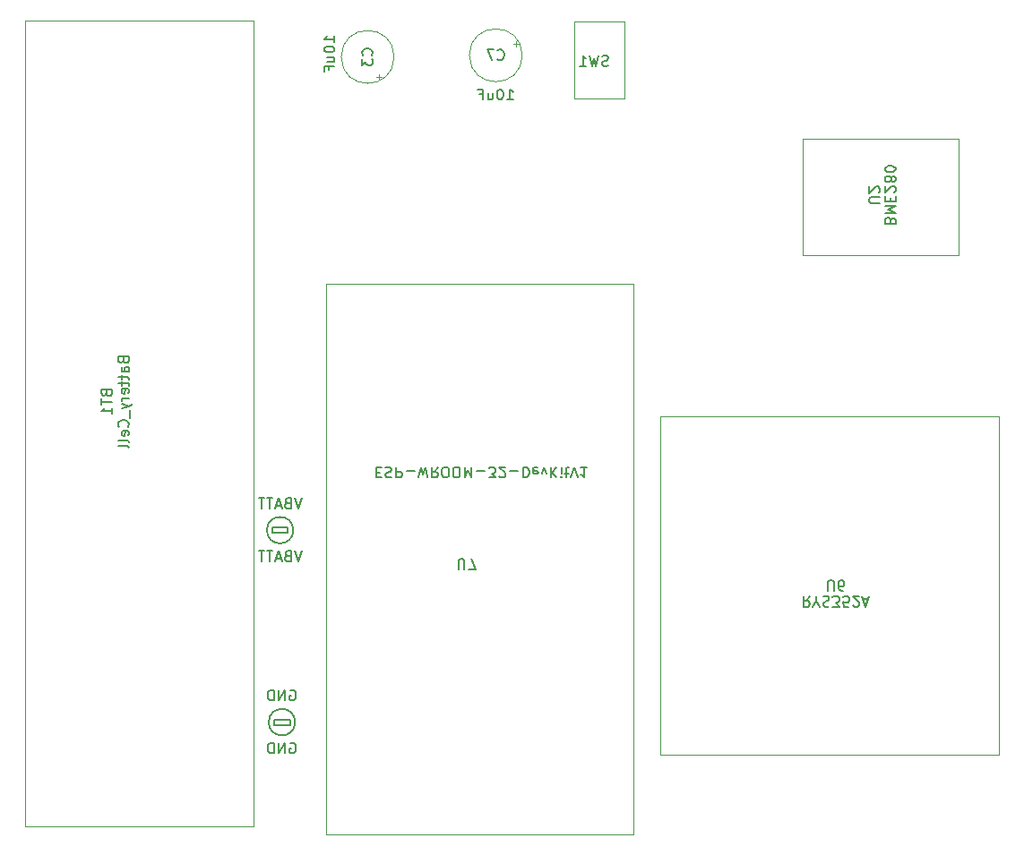
<source format=gbr>
%TF.GenerationSoftware,KiCad,Pcbnew,8.0.8*%
%TF.CreationDate,2025-04-04T13:43:43-04:00*%
%TF.ProjectId,bike_computer,62696b65-5f63-46f6-9d70-757465722e6b,0*%
%TF.SameCoordinates,Original*%
%TF.FileFunction,AssemblyDrawing,Bot*%
%FSLAX46Y46*%
G04 Gerber Fmt 4.6, Leading zero omitted, Abs format (unit mm)*
G04 Created by KiCad (PCBNEW 8.0.8) date 2025-04-04 13:43:43*
%MOMM*%
%LPD*%
G01*
G04 APERTURE LIST*
%ADD10C,0.150000*%
%ADD11C,0.100000*%
G04 APERTURE END LIST*
D10*
X104236904Y-115279438D02*
X104332142Y-115231819D01*
X104332142Y-115231819D02*
X104474999Y-115231819D01*
X104474999Y-115231819D02*
X104617856Y-115279438D01*
X104617856Y-115279438D02*
X104713094Y-115374676D01*
X104713094Y-115374676D02*
X104760713Y-115469914D01*
X104760713Y-115469914D02*
X104808332Y-115660390D01*
X104808332Y-115660390D02*
X104808332Y-115803247D01*
X104808332Y-115803247D02*
X104760713Y-115993723D01*
X104760713Y-115993723D02*
X104713094Y-116088961D01*
X104713094Y-116088961D02*
X104617856Y-116184200D01*
X104617856Y-116184200D02*
X104474999Y-116231819D01*
X104474999Y-116231819D02*
X104379761Y-116231819D01*
X104379761Y-116231819D02*
X104236904Y-116184200D01*
X104236904Y-116184200D02*
X104189285Y-116136580D01*
X104189285Y-116136580D02*
X104189285Y-115803247D01*
X104189285Y-115803247D02*
X104379761Y-115803247D01*
X103760713Y-116231819D02*
X103760713Y-115231819D01*
X103760713Y-115231819D02*
X103189285Y-116231819D01*
X103189285Y-116231819D02*
X103189285Y-115231819D01*
X102713094Y-116231819D02*
X102713094Y-115231819D01*
X102713094Y-115231819D02*
X102474999Y-115231819D01*
X102474999Y-115231819D02*
X102332142Y-115279438D01*
X102332142Y-115279438D02*
X102236904Y-115374676D01*
X102236904Y-115374676D02*
X102189285Y-115469914D01*
X102189285Y-115469914D02*
X102141666Y-115660390D01*
X102141666Y-115660390D02*
X102141666Y-115803247D01*
X102141666Y-115803247D02*
X102189285Y-115993723D01*
X102189285Y-115993723D02*
X102236904Y-116088961D01*
X102236904Y-116088961D02*
X102332142Y-116184200D01*
X102332142Y-116184200D02*
X102474999Y-116231819D01*
X102474999Y-116231819D02*
X102713094Y-116231819D01*
X104236904Y-110279438D02*
X104332142Y-110231819D01*
X104332142Y-110231819D02*
X104474999Y-110231819D01*
X104474999Y-110231819D02*
X104617856Y-110279438D01*
X104617856Y-110279438D02*
X104713094Y-110374676D01*
X104713094Y-110374676D02*
X104760713Y-110469914D01*
X104760713Y-110469914D02*
X104808332Y-110660390D01*
X104808332Y-110660390D02*
X104808332Y-110803247D01*
X104808332Y-110803247D02*
X104760713Y-110993723D01*
X104760713Y-110993723D02*
X104713094Y-111088961D01*
X104713094Y-111088961D02*
X104617856Y-111184200D01*
X104617856Y-111184200D02*
X104474999Y-111231819D01*
X104474999Y-111231819D02*
X104379761Y-111231819D01*
X104379761Y-111231819D02*
X104236904Y-111184200D01*
X104236904Y-111184200D02*
X104189285Y-111136580D01*
X104189285Y-111136580D02*
X104189285Y-110803247D01*
X104189285Y-110803247D02*
X104379761Y-110803247D01*
X103760713Y-111231819D02*
X103760713Y-110231819D01*
X103760713Y-110231819D02*
X103189285Y-111231819D01*
X103189285Y-111231819D02*
X103189285Y-110231819D01*
X102713094Y-111231819D02*
X102713094Y-110231819D01*
X102713094Y-110231819D02*
X102474999Y-110231819D01*
X102474999Y-110231819D02*
X102332142Y-110279438D01*
X102332142Y-110279438D02*
X102236904Y-110374676D01*
X102236904Y-110374676D02*
X102189285Y-110469914D01*
X102189285Y-110469914D02*
X102141666Y-110660390D01*
X102141666Y-110660390D02*
X102141666Y-110803247D01*
X102141666Y-110803247D02*
X102189285Y-110993723D01*
X102189285Y-110993723D02*
X102236904Y-111088961D01*
X102236904Y-111088961D02*
X102332142Y-111184200D01*
X102332142Y-111184200D02*
X102474999Y-111231819D01*
X102474999Y-111231819D02*
X102713094Y-111231819D01*
X108442819Y-48981459D02*
X108442819Y-48410031D01*
X108442819Y-48695745D02*
X107442819Y-48695745D01*
X107442819Y-48695745D02*
X107585676Y-48600507D01*
X107585676Y-48600507D02*
X107680914Y-48505269D01*
X107680914Y-48505269D02*
X107728533Y-48410031D01*
X107442819Y-49600507D02*
X107442819Y-49695745D01*
X107442819Y-49695745D02*
X107490438Y-49790983D01*
X107490438Y-49790983D02*
X107538057Y-49838602D01*
X107538057Y-49838602D02*
X107633295Y-49886221D01*
X107633295Y-49886221D02*
X107823771Y-49933840D01*
X107823771Y-49933840D02*
X108061866Y-49933840D01*
X108061866Y-49933840D02*
X108252342Y-49886221D01*
X108252342Y-49886221D02*
X108347580Y-49838602D01*
X108347580Y-49838602D02*
X108395200Y-49790983D01*
X108395200Y-49790983D02*
X108442819Y-49695745D01*
X108442819Y-49695745D02*
X108442819Y-49600507D01*
X108442819Y-49600507D02*
X108395200Y-49505269D01*
X108395200Y-49505269D02*
X108347580Y-49457650D01*
X108347580Y-49457650D02*
X108252342Y-49410031D01*
X108252342Y-49410031D02*
X108061866Y-49362412D01*
X108061866Y-49362412D02*
X107823771Y-49362412D01*
X107823771Y-49362412D02*
X107633295Y-49410031D01*
X107633295Y-49410031D02*
X107538057Y-49457650D01*
X107538057Y-49457650D02*
X107490438Y-49505269D01*
X107490438Y-49505269D02*
X107442819Y-49600507D01*
X107776152Y-50790983D02*
X108442819Y-50790983D01*
X107776152Y-50362412D02*
X108299961Y-50362412D01*
X108299961Y-50362412D02*
X108395200Y-50410031D01*
X108395200Y-50410031D02*
X108442819Y-50505269D01*
X108442819Y-50505269D02*
X108442819Y-50648126D01*
X108442819Y-50648126D02*
X108395200Y-50743364D01*
X108395200Y-50743364D02*
X108347580Y-50790983D01*
X107919009Y-51600507D02*
X107919009Y-51267174D01*
X108442819Y-51267174D02*
X107442819Y-51267174D01*
X107442819Y-51267174D02*
X107442819Y-51743364D01*
X111939580Y-50198446D02*
X111987200Y-50150827D01*
X111987200Y-50150827D02*
X112034819Y-50007970D01*
X112034819Y-50007970D02*
X112034819Y-49912732D01*
X112034819Y-49912732D02*
X111987200Y-49769875D01*
X111987200Y-49769875D02*
X111891961Y-49674637D01*
X111891961Y-49674637D02*
X111796723Y-49627018D01*
X111796723Y-49627018D02*
X111606247Y-49579399D01*
X111606247Y-49579399D02*
X111463390Y-49579399D01*
X111463390Y-49579399D02*
X111272914Y-49627018D01*
X111272914Y-49627018D02*
X111177676Y-49674637D01*
X111177676Y-49674637D02*
X111082438Y-49769875D01*
X111082438Y-49769875D02*
X111034819Y-49912732D01*
X111034819Y-49912732D02*
X111034819Y-50007970D01*
X111034819Y-50007970D02*
X111082438Y-50150827D01*
X111082438Y-50150827D02*
X111130057Y-50198446D01*
X111034819Y-50531780D02*
X111034819Y-51150827D01*
X111034819Y-51150827D02*
X111415771Y-50817494D01*
X111415771Y-50817494D02*
X111415771Y-50960351D01*
X111415771Y-50960351D02*
X111463390Y-51055589D01*
X111463390Y-51055589D02*
X111511009Y-51103208D01*
X111511009Y-51103208D02*
X111606247Y-51150827D01*
X111606247Y-51150827D02*
X111844342Y-51150827D01*
X111844342Y-51150827D02*
X111939580Y-51103208D01*
X111939580Y-51103208D02*
X111987200Y-51055589D01*
X111987200Y-51055589D02*
X112034819Y-50960351D01*
X112034819Y-50960351D02*
X112034819Y-50674637D01*
X112034819Y-50674637D02*
X111987200Y-50579399D01*
X111987200Y-50579399D02*
X111939580Y-50531780D01*
X88478009Y-79056236D02*
X88525628Y-79199093D01*
X88525628Y-79199093D02*
X88573247Y-79246712D01*
X88573247Y-79246712D02*
X88668485Y-79294331D01*
X88668485Y-79294331D02*
X88811342Y-79294331D01*
X88811342Y-79294331D02*
X88906580Y-79246712D01*
X88906580Y-79246712D02*
X88954200Y-79199093D01*
X88954200Y-79199093D02*
X89001819Y-79103855D01*
X89001819Y-79103855D02*
X89001819Y-78722903D01*
X89001819Y-78722903D02*
X88001819Y-78722903D01*
X88001819Y-78722903D02*
X88001819Y-79056236D01*
X88001819Y-79056236D02*
X88049438Y-79151474D01*
X88049438Y-79151474D02*
X88097057Y-79199093D01*
X88097057Y-79199093D02*
X88192295Y-79246712D01*
X88192295Y-79246712D02*
X88287533Y-79246712D01*
X88287533Y-79246712D02*
X88382771Y-79199093D01*
X88382771Y-79199093D02*
X88430390Y-79151474D01*
X88430390Y-79151474D02*
X88478009Y-79056236D01*
X88478009Y-79056236D02*
X88478009Y-78722903D01*
X89001819Y-80151474D02*
X88478009Y-80151474D01*
X88478009Y-80151474D02*
X88382771Y-80103855D01*
X88382771Y-80103855D02*
X88335152Y-80008617D01*
X88335152Y-80008617D02*
X88335152Y-79818141D01*
X88335152Y-79818141D02*
X88382771Y-79722903D01*
X88954200Y-80151474D02*
X89001819Y-80056236D01*
X89001819Y-80056236D02*
X89001819Y-79818141D01*
X89001819Y-79818141D02*
X88954200Y-79722903D01*
X88954200Y-79722903D02*
X88858961Y-79675284D01*
X88858961Y-79675284D02*
X88763723Y-79675284D01*
X88763723Y-79675284D02*
X88668485Y-79722903D01*
X88668485Y-79722903D02*
X88620866Y-79818141D01*
X88620866Y-79818141D02*
X88620866Y-80056236D01*
X88620866Y-80056236D02*
X88573247Y-80151474D01*
X88335152Y-80484808D02*
X88335152Y-80865760D01*
X88001819Y-80627665D02*
X88858961Y-80627665D01*
X88858961Y-80627665D02*
X88954200Y-80675284D01*
X88954200Y-80675284D02*
X89001819Y-80770522D01*
X89001819Y-80770522D02*
X89001819Y-80865760D01*
X88335152Y-81056237D02*
X88335152Y-81437189D01*
X88001819Y-81199094D02*
X88858961Y-81199094D01*
X88858961Y-81199094D02*
X88954200Y-81246713D01*
X88954200Y-81246713D02*
X89001819Y-81341951D01*
X89001819Y-81341951D02*
X89001819Y-81437189D01*
X88954200Y-82151475D02*
X89001819Y-82056237D01*
X89001819Y-82056237D02*
X89001819Y-81865761D01*
X89001819Y-81865761D02*
X88954200Y-81770523D01*
X88954200Y-81770523D02*
X88858961Y-81722904D01*
X88858961Y-81722904D02*
X88478009Y-81722904D01*
X88478009Y-81722904D02*
X88382771Y-81770523D01*
X88382771Y-81770523D02*
X88335152Y-81865761D01*
X88335152Y-81865761D02*
X88335152Y-82056237D01*
X88335152Y-82056237D02*
X88382771Y-82151475D01*
X88382771Y-82151475D02*
X88478009Y-82199094D01*
X88478009Y-82199094D02*
X88573247Y-82199094D01*
X88573247Y-82199094D02*
X88668485Y-81722904D01*
X89001819Y-82627666D02*
X88335152Y-82627666D01*
X88525628Y-82627666D02*
X88430390Y-82675285D01*
X88430390Y-82675285D02*
X88382771Y-82722904D01*
X88382771Y-82722904D02*
X88335152Y-82818142D01*
X88335152Y-82818142D02*
X88335152Y-82913380D01*
X88335152Y-83151476D02*
X89001819Y-83389571D01*
X88335152Y-83627666D02*
X89001819Y-83389571D01*
X89001819Y-83389571D02*
X89239914Y-83294333D01*
X89239914Y-83294333D02*
X89287533Y-83246714D01*
X89287533Y-83246714D02*
X89335152Y-83151476D01*
X89097057Y-83770524D02*
X89097057Y-84532428D01*
X88906580Y-85341952D02*
X88954200Y-85294333D01*
X88954200Y-85294333D02*
X89001819Y-85151476D01*
X89001819Y-85151476D02*
X89001819Y-85056238D01*
X89001819Y-85056238D02*
X88954200Y-84913381D01*
X88954200Y-84913381D02*
X88858961Y-84818143D01*
X88858961Y-84818143D02*
X88763723Y-84770524D01*
X88763723Y-84770524D02*
X88573247Y-84722905D01*
X88573247Y-84722905D02*
X88430390Y-84722905D01*
X88430390Y-84722905D02*
X88239914Y-84770524D01*
X88239914Y-84770524D02*
X88144676Y-84818143D01*
X88144676Y-84818143D02*
X88049438Y-84913381D01*
X88049438Y-84913381D02*
X88001819Y-85056238D01*
X88001819Y-85056238D02*
X88001819Y-85151476D01*
X88001819Y-85151476D02*
X88049438Y-85294333D01*
X88049438Y-85294333D02*
X88097057Y-85341952D01*
X88954200Y-86151476D02*
X89001819Y-86056238D01*
X89001819Y-86056238D02*
X89001819Y-85865762D01*
X89001819Y-85865762D02*
X88954200Y-85770524D01*
X88954200Y-85770524D02*
X88858961Y-85722905D01*
X88858961Y-85722905D02*
X88478009Y-85722905D01*
X88478009Y-85722905D02*
X88382771Y-85770524D01*
X88382771Y-85770524D02*
X88335152Y-85865762D01*
X88335152Y-85865762D02*
X88335152Y-86056238D01*
X88335152Y-86056238D02*
X88382771Y-86151476D01*
X88382771Y-86151476D02*
X88478009Y-86199095D01*
X88478009Y-86199095D02*
X88573247Y-86199095D01*
X88573247Y-86199095D02*
X88668485Y-85722905D01*
X89001819Y-86770524D02*
X88954200Y-86675286D01*
X88954200Y-86675286D02*
X88858961Y-86627667D01*
X88858961Y-86627667D02*
X88001819Y-86627667D01*
X89001819Y-87294334D02*
X88954200Y-87199096D01*
X88954200Y-87199096D02*
X88858961Y-87151477D01*
X88858961Y-87151477D02*
X88001819Y-87151477D01*
X86878009Y-82175285D02*
X86925628Y-82318142D01*
X86925628Y-82318142D02*
X86973247Y-82365761D01*
X86973247Y-82365761D02*
X87068485Y-82413380D01*
X87068485Y-82413380D02*
X87211342Y-82413380D01*
X87211342Y-82413380D02*
X87306580Y-82365761D01*
X87306580Y-82365761D02*
X87354200Y-82318142D01*
X87354200Y-82318142D02*
X87401819Y-82222904D01*
X87401819Y-82222904D02*
X87401819Y-81841952D01*
X87401819Y-81841952D02*
X86401819Y-81841952D01*
X86401819Y-81841952D02*
X86401819Y-82175285D01*
X86401819Y-82175285D02*
X86449438Y-82270523D01*
X86449438Y-82270523D02*
X86497057Y-82318142D01*
X86497057Y-82318142D02*
X86592295Y-82365761D01*
X86592295Y-82365761D02*
X86687533Y-82365761D01*
X86687533Y-82365761D02*
X86782771Y-82318142D01*
X86782771Y-82318142D02*
X86830390Y-82270523D01*
X86830390Y-82270523D02*
X86878009Y-82175285D01*
X86878009Y-82175285D02*
X86878009Y-81841952D01*
X86401819Y-82699095D02*
X86401819Y-83270523D01*
X87401819Y-82984809D02*
X86401819Y-82984809D01*
X87401819Y-84127666D02*
X87401819Y-83556238D01*
X87401819Y-83841952D02*
X86401819Y-83841952D01*
X86401819Y-83841952D02*
X86544676Y-83746714D01*
X86544676Y-83746714D02*
X86639914Y-83651476D01*
X86639914Y-83651476D02*
X86687533Y-83556238D01*
X134318332Y-51182200D02*
X134175475Y-51229819D01*
X134175475Y-51229819D02*
X133937380Y-51229819D01*
X133937380Y-51229819D02*
X133842142Y-51182200D01*
X133842142Y-51182200D02*
X133794523Y-51134580D01*
X133794523Y-51134580D02*
X133746904Y-51039342D01*
X133746904Y-51039342D02*
X133746904Y-50944104D01*
X133746904Y-50944104D02*
X133794523Y-50848866D01*
X133794523Y-50848866D02*
X133842142Y-50801247D01*
X133842142Y-50801247D02*
X133937380Y-50753628D01*
X133937380Y-50753628D02*
X134127856Y-50706009D01*
X134127856Y-50706009D02*
X134223094Y-50658390D01*
X134223094Y-50658390D02*
X134270713Y-50610771D01*
X134270713Y-50610771D02*
X134318332Y-50515533D01*
X134318332Y-50515533D02*
X134318332Y-50420295D01*
X134318332Y-50420295D02*
X134270713Y-50325057D01*
X134270713Y-50325057D02*
X134223094Y-50277438D01*
X134223094Y-50277438D02*
X134127856Y-50229819D01*
X134127856Y-50229819D02*
X133889761Y-50229819D01*
X133889761Y-50229819D02*
X133746904Y-50277438D01*
X133413570Y-50229819D02*
X133175475Y-51229819D01*
X133175475Y-51229819D02*
X132984999Y-50515533D01*
X132984999Y-50515533D02*
X132794523Y-51229819D01*
X132794523Y-51229819D02*
X132556428Y-50229819D01*
X131651666Y-51229819D02*
X132223094Y-51229819D01*
X131937380Y-51229819D02*
X131937380Y-50229819D01*
X131937380Y-50229819D02*
X132032618Y-50372676D01*
X132032618Y-50372676D02*
X132127856Y-50467914D01*
X132127856Y-50467914D02*
X132223094Y-50515533D01*
X112401429Y-89664990D02*
X112734762Y-89664990D01*
X112877619Y-89141180D02*
X112401429Y-89141180D01*
X112401429Y-89141180D02*
X112401429Y-90141180D01*
X112401429Y-90141180D02*
X112877619Y-90141180D01*
X113258572Y-89188800D02*
X113401429Y-89141180D01*
X113401429Y-89141180D02*
X113639524Y-89141180D01*
X113639524Y-89141180D02*
X113734762Y-89188800D01*
X113734762Y-89188800D02*
X113782381Y-89236419D01*
X113782381Y-89236419D02*
X113830000Y-89331657D01*
X113830000Y-89331657D02*
X113830000Y-89426895D01*
X113830000Y-89426895D02*
X113782381Y-89522133D01*
X113782381Y-89522133D02*
X113734762Y-89569752D01*
X113734762Y-89569752D02*
X113639524Y-89617371D01*
X113639524Y-89617371D02*
X113449048Y-89664990D01*
X113449048Y-89664990D02*
X113353810Y-89712609D01*
X113353810Y-89712609D02*
X113306191Y-89760228D01*
X113306191Y-89760228D02*
X113258572Y-89855466D01*
X113258572Y-89855466D02*
X113258572Y-89950704D01*
X113258572Y-89950704D02*
X113306191Y-90045942D01*
X113306191Y-90045942D02*
X113353810Y-90093561D01*
X113353810Y-90093561D02*
X113449048Y-90141180D01*
X113449048Y-90141180D02*
X113687143Y-90141180D01*
X113687143Y-90141180D02*
X113830000Y-90093561D01*
X114258572Y-89141180D02*
X114258572Y-90141180D01*
X114258572Y-90141180D02*
X114639524Y-90141180D01*
X114639524Y-90141180D02*
X114734762Y-90093561D01*
X114734762Y-90093561D02*
X114782381Y-90045942D01*
X114782381Y-90045942D02*
X114830000Y-89950704D01*
X114830000Y-89950704D02*
X114830000Y-89807847D01*
X114830000Y-89807847D02*
X114782381Y-89712609D01*
X114782381Y-89712609D02*
X114734762Y-89664990D01*
X114734762Y-89664990D02*
X114639524Y-89617371D01*
X114639524Y-89617371D02*
X114258572Y-89617371D01*
X115258572Y-89522133D02*
X116020477Y-89522133D01*
X116401429Y-90141180D02*
X116639524Y-89141180D01*
X116639524Y-89141180D02*
X116830000Y-89855466D01*
X116830000Y-89855466D02*
X117020476Y-89141180D01*
X117020476Y-89141180D02*
X117258572Y-90141180D01*
X118210952Y-89141180D02*
X117877619Y-89617371D01*
X117639524Y-89141180D02*
X117639524Y-90141180D01*
X117639524Y-90141180D02*
X118020476Y-90141180D01*
X118020476Y-90141180D02*
X118115714Y-90093561D01*
X118115714Y-90093561D02*
X118163333Y-90045942D01*
X118163333Y-90045942D02*
X118210952Y-89950704D01*
X118210952Y-89950704D02*
X118210952Y-89807847D01*
X118210952Y-89807847D02*
X118163333Y-89712609D01*
X118163333Y-89712609D02*
X118115714Y-89664990D01*
X118115714Y-89664990D02*
X118020476Y-89617371D01*
X118020476Y-89617371D02*
X117639524Y-89617371D01*
X118830000Y-90141180D02*
X119020476Y-90141180D01*
X119020476Y-90141180D02*
X119115714Y-90093561D01*
X119115714Y-90093561D02*
X119210952Y-89998323D01*
X119210952Y-89998323D02*
X119258571Y-89807847D01*
X119258571Y-89807847D02*
X119258571Y-89474514D01*
X119258571Y-89474514D02*
X119210952Y-89284038D01*
X119210952Y-89284038D02*
X119115714Y-89188800D01*
X119115714Y-89188800D02*
X119020476Y-89141180D01*
X119020476Y-89141180D02*
X118830000Y-89141180D01*
X118830000Y-89141180D02*
X118734762Y-89188800D01*
X118734762Y-89188800D02*
X118639524Y-89284038D01*
X118639524Y-89284038D02*
X118591905Y-89474514D01*
X118591905Y-89474514D02*
X118591905Y-89807847D01*
X118591905Y-89807847D02*
X118639524Y-89998323D01*
X118639524Y-89998323D02*
X118734762Y-90093561D01*
X118734762Y-90093561D02*
X118830000Y-90141180D01*
X119877619Y-90141180D02*
X120068095Y-90141180D01*
X120068095Y-90141180D02*
X120163333Y-90093561D01*
X120163333Y-90093561D02*
X120258571Y-89998323D01*
X120258571Y-89998323D02*
X120306190Y-89807847D01*
X120306190Y-89807847D02*
X120306190Y-89474514D01*
X120306190Y-89474514D02*
X120258571Y-89284038D01*
X120258571Y-89284038D02*
X120163333Y-89188800D01*
X120163333Y-89188800D02*
X120068095Y-89141180D01*
X120068095Y-89141180D02*
X119877619Y-89141180D01*
X119877619Y-89141180D02*
X119782381Y-89188800D01*
X119782381Y-89188800D02*
X119687143Y-89284038D01*
X119687143Y-89284038D02*
X119639524Y-89474514D01*
X119639524Y-89474514D02*
X119639524Y-89807847D01*
X119639524Y-89807847D02*
X119687143Y-89998323D01*
X119687143Y-89998323D02*
X119782381Y-90093561D01*
X119782381Y-90093561D02*
X119877619Y-90141180D01*
X120734762Y-89141180D02*
X120734762Y-90141180D01*
X120734762Y-90141180D02*
X121068095Y-89426895D01*
X121068095Y-89426895D02*
X121401428Y-90141180D01*
X121401428Y-90141180D02*
X121401428Y-89141180D01*
X121877619Y-89522133D02*
X122639524Y-89522133D01*
X123020476Y-90141180D02*
X123639523Y-90141180D01*
X123639523Y-90141180D02*
X123306190Y-89760228D01*
X123306190Y-89760228D02*
X123449047Y-89760228D01*
X123449047Y-89760228D02*
X123544285Y-89712609D01*
X123544285Y-89712609D02*
X123591904Y-89664990D01*
X123591904Y-89664990D02*
X123639523Y-89569752D01*
X123639523Y-89569752D02*
X123639523Y-89331657D01*
X123639523Y-89331657D02*
X123591904Y-89236419D01*
X123591904Y-89236419D02*
X123544285Y-89188800D01*
X123544285Y-89188800D02*
X123449047Y-89141180D01*
X123449047Y-89141180D02*
X123163333Y-89141180D01*
X123163333Y-89141180D02*
X123068095Y-89188800D01*
X123068095Y-89188800D02*
X123020476Y-89236419D01*
X124020476Y-90045942D02*
X124068095Y-90093561D01*
X124068095Y-90093561D02*
X124163333Y-90141180D01*
X124163333Y-90141180D02*
X124401428Y-90141180D01*
X124401428Y-90141180D02*
X124496666Y-90093561D01*
X124496666Y-90093561D02*
X124544285Y-90045942D01*
X124544285Y-90045942D02*
X124591904Y-89950704D01*
X124591904Y-89950704D02*
X124591904Y-89855466D01*
X124591904Y-89855466D02*
X124544285Y-89712609D01*
X124544285Y-89712609D02*
X123972857Y-89141180D01*
X123972857Y-89141180D02*
X124591904Y-89141180D01*
X125020476Y-89522133D02*
X125782381Y-89522133D01*
X126258571Y-89141180D02*
X126258571Y-90141180D01*
X126258571Y-90141180D02*
X126496666Y-90141180D01*
X126496666Y-90141180D02*
X126639523Y-90093561D01*
X126639523Y-90093561D02*
X126734761Y-89998323D01*
X126734761Y-89998323D02*
X126782380Y-89903085D01*
X126782380Y-89903085D02*
X126829999Y-89712609D01*
X126829999Y-89712609D02*
X126829999Y-89569752D01*
X126829999Y-89569752D02*
X126782380Y-89379276D01*
X126782380Y-89379276D02*
X126734761Y-89284038D01*
X126734761Y-89284038D02*
X126639523Y-89188800D01*
X126639523Y-89188800D02*
X126496666Y-89141180D01*
X126496666Y-89141180D02*
X126258571Y-89141180D01*
X127639523Y-89188800D02*
X127544285Y-89141180D01*
X127544285Y-89141180D02*
X127353809Y-89141180D01*
X127353809Y-89141180D02*
X127258571Y-89188800D01*
X127258571Y-89188800D02*
X127210952Y-89284038D01*
X127210952Y-89284038D02*
X127210952Y-89664990D01*
X127210952Y-89664990D02*
X127258571Y-89760228D01*
X127258571Y-89760228D02*
X127353809Y-89807847D01*
X127353809Y-89807847D02*
X127544285Y-89807847D01*
X127544285Y-89807847D02*
X127639523Y-89760228D01*
X127639523Y-89760228D02*
X127687142Y-89664990D01*
X127687142Y-89664990D02*
X127687142Y-89569752D01*
X127687142Y-89569752D02*
X127210952Y-89474514D01*
X128020476Y-89807847D02*
X128258571Y-89141180D01*
X128258571Y-89141180D02*
X128496666Y-89807847D01*
X128877619Y-89141180D02*
X128877619Y-90141180D01*
X129449047Y-89141180D02*
X129020476Y-89712609D01*
X129449047Y-90141180D02*
X128877619Y-89569752D01*
X129877619Y-89141180D02*
X129877619Y-89807847D01*
X129877619Y-90141180D02*
X129830000Y-90093561D01*
X129830000Y-90093561D02*
X129877619Y-90045942D01*
X129877619Y-90045942D02*
X129925238Y-90093561D01*
X129925238Y-90093561D02*
X129877619Y-90141180D01*
X129877619Y-90141180D02*
X129877619Y-90045942D01*
X130210952Y-89807847D02*
X130591904Y-89807847D01*
X130353809Y-90141180D02*
X130353809Y-89284038D01*
X130353809Y-89284038D02*
X130401428Y-89188800D01*
X130401428Y-89188800D02*
X130496666Y-89141180D01*
X130496666Y-89141180D02*
X130591904Y-89141180D01*
X130782381Y-90141180D02*
X131115714Y-89141180D01*
X131115714Y-89141180D02*
X131449047Y-90141180D01*
X132306190Y-89141180D02*
X131734762Y-89141180D01*
X132020476Y-89141180D02*
X132020476Y-90141180D01*
X132020476Y-90141180D02*
X131925238Y-89998323D01*
X131925238Y-89998323D02*
X131830000Y-89903085D01*
X131830000Y-89903085D02*
X131734762Y-89855466D01*
X120158095Y-98841180D02*
X120158095Y-98031657D01*
X120158095Y-98031657D02*
X120205714Y-97936419D01*
X120205714Y-97936419D02*
X120253333Y-97888800D01*
X120253333Y-97888800D02*
X120348571Y-97841180D01*
X120348571Y-97841180D02*
X120539047Y-97841180D01*
X120539047Y-97841180D02*
X120634285Y-97888800D01*
X120634285Y-97888800D02*
X120681904Y-97936419D01*
X120681904Y-97936419D02*
X120729523Y-98031657D01*
X120729523Y-98031657D02*
X120729523Y-98841180D01*
X121110476Y-98841180D02*
X121777142Y-98841180D01*
X121777142Y-98841180D02*
X121348571Y-97841180D01*
X153367618Y-101355180D02*
X153034285Y-101831371D01*
X152796190Y-101355180D02*
X152796190Y-102355180D01*
X152796190Y-102355180D02*
X153177142Y-102355180D01*
X153177142Y-102355180D02*
X153272380Y-102307561D01*
X153272380Y-102307561D02*
X153319999Y-102259942D01*
X153319999Y-102259942D02*
X153367618Y-102164704D01*
X153367618Y-102164704D02*
X153367618Y-102021847D01*
X153367618Y-102021847D02*
X153319999Y-101926609D01*
X153319999Y-101926609D02*
X153272380Y-101878990D01*
X153272380Y-101878990D02*
X153177142Y-101831371D01*
X153177142Y-101831371D02*
X152796190Y-101831371D01*
X153986666Y-101831371D02*
X153986666Y-101355180D01*
X153653333Y-102355180D02*
X153986666Y-101831371D01*
X153986666Y-101831371D02*
X154319999Y-102355180D01*
X154605714Y-101402800D02*
X154748571Y-101355180D01*
X154748571Y-101355180D02*
X154986666Y-101355180D01*
X154986666Y-101355180D02*
X155081904Y-101402800D01*
X155081904Y-101402800D02*
X155129523Y-101450419D01*
X155129523Y-101450419D02*
X155177142Y-101545657D01*
X155177142Y-101545657D02*
X155177142Y-101640895D01*
X155177142Y-101640895D02*
X155129523Y-101736133D01*
X155129523Y-101736133D02*
X155081904Y-101783752D01*
X155081904Y-101783752D02*
X154986666Y-101831371D01*
X154986666Y-101831371D02*
X154796190Y-101878990D01*
X154796190Y-101878990D02*
X154700952Y-101926609D01*
X154700952Y-101926609D02*
X154653333Y-101974228D01*
X154653333Y-101974228D02*
X154605714Y-102069466D01*
X154605714Y-102069466D02*
X154605714Y-102164704D01*
X154605714Y-102164704D02*
X154653333Y-102259942D01*
X154653333Y-102259942D02*
X154700952Y-102307561D01*
X154700952Y-102307561D02*
X154796190Y-102355180D01*
X154796190Y-102355180D02*
X155034285Y-102355180D01*
X155034285Y-102355180D02*
X155177142Y-102307561D01*
X155510476Y-102355180D02*
X156129523Y-102355180D01*
X156129523Y-102355180D02*
X155796190Y-101974228D01*
X155796190Y-101974228D02*
X155939047Y-101974228D01*
X155939047Y-101974228D02*
X156034285Y-101926609D01*
X156034285Y-101926609D02*
X156081904Y-101878990D01*
X156081904Y-101878990D02*
X156129523Y-101783752D01*
X156129523Y-101783752D02*
X156129523Y-101545657D01*
X156129523Y-101545657D02*
X156081904Y-101450419D01*
X156081904Y-101450419D02*
X156034285Y-101402800D01*
X156034285Y-101402800D02*
X155939047Y-101355180D01*
X155939047Y-101355180D02*
X155653333Y-101355180D01*
X155653333Y-101355180D02*
X155558095Y-101402800D01*
X155558095Y-101402800D02*
X155510476Y-101450419D01*
X157034285Y-102355180D02*
X156558095Y-102355180D01*
X156558095Y-102355180D02*
X156510476Y-101878990D01*
X156510476Y-101878990D02*
X156558095Y-101926609D01*
X156558095Y-101926609D02*
X156653333Y-101974228D01*
X156653333Y-101974228D02*
X156891428Y-101974228D01*
X156891428Y-101974228D02*
X156986666Y-101926609D01*
X156986666Y-101926609D02*
X157034285Y-101878990D01*
X157034285Y-101878990D02*
X157081904Y-101783752D01*
X157081904Y-101783752D02*
X157081904Y-101545657D01*
X157081904Y-101545657D02*
X157034285Y-101450419D01*
X157034285Y-101450419D02*
X156986666Y-101402800D01*
X156986666Y-101402800D02*
X156891428Y-101355180D01*
X156891428Y-101355180D02*
X156653333Y-101355180D01*
X156653333Y-101355180D02*
X156558095Y-101402800D01*
X156558095Y-101402800D02*
X156510476Y-101450419D01*
X157462857Y-102259942D02*
X157510476Y-102307561D01*
X157510476Y-102307561D02*
X157605714Y-102355180D01*
X157605714Y-102355180D02*
X157843809Y-102355180D01*
X157843809Y-102355180D02*
X157939047Y-102307561D01*
X157939047Y-102307561D02*
X157986666Y-102259942D01*
X157986666Y-102259942D02*
X158034285Y-102164704D01*
X158034285Y-102164704D02*
X158034285Y-102069466D01*
X158034285Y-102069466D02*
X157986666Y-101926609D01*
X157986666Y-101926609D02*
X157415238Y-101355180D01*
X157415238Y-101355180D02*
X158034285Y-101355180D01*
X158415238Y-101640895D02*
X158891428Y-101640895D01*
X158320000Y-101355180D02*
X158653333Y-102355180D01*
X158653333Y-102355180D02*
X158986666Y-101355180D01*
X155058095Y-100855180D02*
X155058095Y-100045657D01*
X155058095Y-100045657D02*
X155105714Y-99950419D01*
X155105714Y-99950419D02*
X155153333Y-99902800D01*
X155153333Y-99902800D02*
X155248571Y-99855180D01*
X155248571Y-99855180D02*
X155439047Y-99855180D01*
X155439047Y-99855180D02*
X155534285Y-99902800D01*
X155534285Y-99902800D02*
X155581904Y-99950419D01*
X155581904Y-99950419D02*
X155629523Y-100045657D01*
X155629523Y-100045657D02*
X155629523Y-100855180D01*
X156534285Y-100855180D02*
X156343809Y-100855180D01*
X156343809Y-100855180D02*
X156248571Y-100807561D01*
X156248571Y-100807561D02*
X156200952Y-100759942D01*
X156200952Y-100759942D02*
X156105714Y-100617085D01*
X156105714Y-100617085D02*
X156058095Y-100426609D01*
X156058095Y-100426609D02*
X156058095Y-100045657D01*
X156058095Y-100045657D02*
X156105714Y-99950419D01*
X156105714Y-99950419D02*
X156153333Y-99902800D01*
X156153333Y-99902800D02*
X156248571Y-99855180D01*
X156248571Y-99855180D02*
X156439047Y-99855180D01*
X156439047Y-99855180D02*
X156534285Y-99902800D01*
X156534285Y-99902800D02*
X156581904Y-99950419D01*
X156581904Y-99950419D02*
X156629523Y-100045657D01*
X156629523Y-100045657D02*
X156629523Y-100283752D01*
X156629523Y-100283752D02*
X156581904Y-100378990D01*
X156581904Y-100378990D02*
X156534285Y-100426609D01*
X156534285Y-100426609D02*
X156439047Y-100474228D01*
X156439047Y-100474228D02*
X156248571Y-100474228D01*
X156248571Y-100474228D02*
X156153333Y-100426609D01*
X156153333Y-100426609D02*
X156105714Y-100378990D01*
X156105714Y-100378990D02*
X156058095Y-100283752D01*
X160987990Y-65825952D02*
X160940371Y-65683095D01*
X160940371Y-65683095D02*
X160892752Y-65635476D01*
X160892752Y-65635476D02*
X160797514Y-65587857D01*
X160797514Y-65587857D02*
X160654657Y-65587857D01*
X160654657Y-65587857D02*
X160559419Y-65635476D01*
X160559419Y-65635476D02*
X160511800Y-65683095D01*
X160511800Y-65683095D02*
X160464180Y-65778333D01*
X160464180Y-65778333D02*
X160464180Y-66159285D01*
X160464180Y-66159285D02*
X161464180Y-66159285D01*
X161464180Y-66159285D02*
X161464180Y-65825952D01*
X161464180Y-65825952D02*
X161416561Y-65730714D01*
X161416561Y-65730714D02*
X161368942Y-65683095D01*
X161368942Y-65683095D02*
X161273704Y-65635476D01*
X161273704Y-65635476D02*
X161178466Y-65635476D01*
X161178466Y-65635476D02*
X161083228Y-65683095D01*
X161083228Y-65683095D02*
X161035609Y-65730714D01*
X161035609Y-65730714D02*
X160987990Y-65825952D01*
X160987990Y-65825952D02*
X160987990Y-66159285D01*
X160464180Y-65159285D02*
X161464180Y-65159285D01*
X161464180Y-65159285D02*
X160749895Y-64825952D01*
X160749895Y-64825952D02*
X161464180Y-64492619D01*
X161464180Y-64492619D02*
X160464180Y-64492619D01*
X160987990Y-64016428D02*
X160987990Y-63683095D01*
X160464180Y-63540238D02*
X160464180Y-64016428D01*
X160464180Y-64016428D02*
X161464180Y-64016428D01*
X161464180Y-64016428D02*
X161464180Y-63540238D01*
X161368942Y-63159285D02*
X161416561Y-63111666D01*
X161416561Y-63111666D02*
X161464180Y-63016428D01*
X161464180Y-63016428D02*
X161464180Y-62778333D01*
X161464180Y-62778333D02*
X161416561Y-62683095D01*
X161416561Y-62683095D02*
X161368942Y-62635476D01*
X161368942Y-62635476D02*
X161273704Y-62587857D01*
X161273704Y-62587857D02*
X161178466Y-62587857D01*
X161178466Y-62587857D02*
X161035609Y-62635476D01*
X161035609Y-62635476D02*
X160464180Y-63206904D01*
X160464180Y-63206904D02*
X160464180Y-62587857D01*
X161035609Y-62016428D02*
X161083228Y-62111666D01*
X161083228Y-62111666D02*
X161130847Y-62159285D01*
X161130847Y-62159285D02*
X161226085Y-62206904D01*
X161226085Y-62206904D02*
X161273704Y-62206904D01*
X161273704Y-62206904D02*
X161368942Y-62159285D01*
X161368942Y-62159285D02*
X161416561Y-62111666D01*
X161416561Y-62111666D02*
X161464180Y-62016428D01*
X161464180Y-62016428D02*
X161464180Y-61825952D01*
X161464180Y-61825952D02*
X161416561Y-61730714D01*
X161416561Y-61730714D02*
X161368942Y-61683095D01*
X161368942Y-61683095D02*
X161273704Y-61635476D01*
X161273704Y-61635476D02*
X161226085Y-61635476D01*
X161226085Y-61635476D02*
X161130847Y-61683095D01*
X161130847Y-61683095D02*
X161083228Y-61730714D01*
X161083228Y-61730714D02*
X161035609Y-61825952D01*
X161035609Y-61825952D02*
X161035609Y-62016428D01*
X161035609Y-62016428D02*
X160987990Y-62111666D01*
X160987990Y-62111666D02*
X160940371Y-62159285D01*
X160940371Y-62159285D02*
X160845133Y-62206904D01*
X160845133Y-62206904D02*
X160654657Y-62206904D01*
X160654657Y-62206904D02*
X160559419Y-62159285D01*
X160559419Y-62159285D02*
X160511800Y-62111666D01*
X160511800Y-62111666D02*
X160464180Y-62016428D01*
X160464180Y-62016428D02*
X160464180Y-61825952D01*
X160464180Y-61825952D02*
X160511800Y-61730714D01*
X160511800Y-61730714D02*
X160559419Y-61683095D01*
X160559419Y-61683095D02*
X160654657Y-61635476D01*
X160654657Y-61635476D02*
X160845133Y-61635476D01*
X160845133Y-61635476D02*
X160940371Y-61683095D01*
X160940371Y-61683095D02*
X160987990Y-61730714D01*
X160987990Y-61730714D02*
X161035609Y-61825952D01*
X161464180Y-61016428D02*
X161464180Y-60921190D01*
X161464180Y-60921190D02*
X161416561Y-60825952D01*
X161416561Y-60825952D02*
X161368942Y-60778333D01*
X161368942Y-60778333D02*
X161273704Y-60730714D01*
X161273704Y-60730714D02*
X161083228Y-60683095D01*
X161083228Y-60683095D02*
X160845133Y-60683095D01*
X160845133Y-60683095D02*
X160654657Y-60730714D01*
X160654657Y-60730714D02*
X160559419Y-60778333D01*
X160559419Y-60778333D02*
X160511800Y-60825952D01*
X160511800Y-60825952D02*
X160464180Y-60921190D01*
X160464180Y-60921190D02*
X160464180Y-61016428D01*
X160464180Y-61016428D02*
X160511800Y-61111666D01*
X160511800Y-61111666D02*
X160559419Y-61159285D01*
X160559419Y-61159285D02*
X160654657Y-61206904D01*
X160654657Y-61206904D02*
X160845133Y-61254523D01*
X160845133Y-61254523D02*
X161083228Y-61254523D01*
X161083228Y-61254523D02*
X161273704Y-61206904D01*
X161273704Y-61206904D02*
X161368942Y-61159285D01*
X161368942Y-61159285D02*
X161416561Y-61111666D01*
X161416561Y-61111666D02*
X161464180Y-61016428D01*
X159964180Y-64206904D02*
X159154657Y-64206904D01*
X159154657Y-64206904D02*
X159059419Y-64159285D01*
X159059419Y-64159285D02*
X159011800Y-64111666D01*
X159011800Y-64111666D02*
X158964180Y-64016428D01*
X158964180Y-64016428D02*
X158964180Y-63825952D01*
X158964180Y-63825952D02*
X159011800Y-63730714D01*
X159011800Y-63730714D02*
X159059419Y-63683095D01*
X159059419Y-63683095D02*
X159154657Y-63635476D01*
X159154657Y-63635476D02*
X159964180Y-63635476D01*
X159868942Y-63206904D02*
X159916561Y-63159285D01*
X159916561Y-63159285D02*
X159964180Y-63064047D01*
X159964180Y-63064047D02*
X159964180Y-62825952D01*
X159964180Y-62825952D02*
X159916561Y-62730714D01*
X159916561Y-62730714D02*
X159868942Y-62683095D01*
X159868942Y-62683095D02*
X159773704Y-62635476D01*
X159773704Y-62635476D02*
X159678466Y-62635476D01*
X159678466Y-62635476D02*
X159535609Y-62683095D01*
X159535609Y-62683095D02*
X158964180Y-63254523D01*
X158964180Y-63254523D02*
X158964180Y-62635476D01*
X105323809Y-97074819D02*
X104990476Y-98074819D01*
X104990476Y-98074819D02*
X104657143Y-97074819D01*
X103990476Y-97551009D02*
X103847619Y-97598628D01*
X103847619Y-97598628D02*
X103800000Y-97646247D01*
X103800000Y-97646247D02*
X103752381Y-97741485D01*
X103752381Y-97741485D02*
X103752381Y-97884342D01*
X103752381Y-97884342D02*
X103800000Y-97979580D01*
X103800000Y-97979580D02*
X103847619Y-98027200D01*
X103847619Y-98027200D02*
X103942857Y-98074819D01*
X103942857Y-98074819D02*
X104323809Y-98074819D01*
X104323809Y-98074819D02*
X104323809Y-97074819D01*
X104323809Y-97074819D02*
X103990476Y-97074819D01*
X103990476Y-97074819D02*
X103895238Y-97122438D01*
X103895238Y-97122438D02*
X103847619Y-97170057D01*
X103847619Y-97170057D02*
X103800000Y-97265295D01*
X103800000Y-97265295D02*
X103800000Y-97360533D01*
X103800000Y-97360533D02*
X103847619Y-97455771D01*
X103847619Y-97455771D02*
X103895238Y-97503390D01*
X103895238Y-97503390D02*
X103990476Y-97551009D01*
X103990476Y-97551009D02*
X104323809Y-97551009D01*
X103371428Y-97789104D02*
X102895238Y-97789104D01*
X103466666Y-98074819D02*
X103133333Y-97074819D01*
X103133333Y-97074819D02*
X102800000Y-98074819D01*
X102609523Y-97074819D02*
X102038095Y-97074819D01*
X102323809Y-98074819D02*
X102323809Y-97074819D01*
X101847618Y-97074819D02*
X101276190Y-97074819D01*
X101561904Y-98074819D02*
X101561904Y-97074819D01*
X105323809Y-92074819D02*
X104990476Y-93074819D01*
X104990476Y-93074819D02*
X104657143Y-92074819D01*
X103990476Y-92551009D02*
X103847619Y-92598628D01*
X103847619Y-92598628D02*
X103800000Y-92646247D01*
X103800000Y-92646247D02*
X103752381Y-92741485D01*
X103752381Y-92741485D02*
X103752381Y-92884342D01*
X103752381Y-92884342D02*
X103800000Y-92979580D01*
X103800000Y-92979580D02*
X103847619Y-93027200D01*
X103847619Y-93027200D02*
X103942857Y-93074819D01*
X103942857Y-93074819D02*
X104323809Y-93074819D01*
X104323809Y-93074819D02*
X104323809Y-92074819D01*
X104323809Y-92074819D02*
X103990476Y-92074819D01*
X103990476Y-92074819D02*
X103895238Y-92122438D01*
X103895238Y-92122438D02*
X103847619Y-92170057D01*
X103847619Y-92170057D02*
X103800000Y-92265295D01*
X103800000Y-92265295D02*
X103800000Y-92360533D01*
X103800000Y-92360533D02*
X103847619Y-92455771D01*
X103847619Y-92455771D02*
X103895238Y-92503390D01*
X103895238Y-92503390D02*
X103990476Y-92551009D01*
X103990476Y-92551009D02*
X104323809Y-92551009D01*
X103371428Y-92789104D02*
X102895238Y-92789104D01*
X103466666Y-93074819D02*
X103133333Y-92074819D01*
X103133333Y-92074819D02*
X102800000Y-93074819D01*
X102609523Y-92074819D02*
X102038095Y-92074819D01*
X102323809Y-93074819D02*
X102323809Y-92074819D01*
X101847618Y-92074819D02*
X101276190Y-92074819D01*
X101561904Y-93074819D02*
X101561904Y-92074819D01*
X124761428Y-54414819D02*
X125332856Y-54414819D01*
X125047142Y-54414819D02*
X125047142Y-53414819D01*
X125047142Y-53414819D02*
X125142380Y-53557676D01*
X125142380Y-53557676D02*
X125237618Y-53652914D01*
X125237618Y-53652914D02*
X125332856Y-53700533D01*
X124142380Y-53414819D02*
X124047142Y-53414819D01*
X124047142Y-53414819D02*
X123951904Y-53462438D01*
X123951904Y-53462438D02*
X123904285Y-53510057D01*
X123904285Y-53510057D02*
X123856666Y-53605295D01*
X123856666Y-53605295D02*
X123809047Y-53795771D01*
X123809047Y-53795771D02*
X123809047Y-54033866D01*
X123809047Y-54033866D02*
X123856666Y-54224342D01*
X123856666Y-54224342D02*
X123904285Y-54319580D01*
X123904285Y-54319580D02*
X123951904Y-54367200D01*
X123951904Y-54367200D02*
X124047142Y-54414819D01*
X124047142Y-54414819D02*
X124142380Y-54414819D01*
X124142380Y-54414819D02*
X124237618Y-54367200D01*
X124237618Y-54367200D02*
X124285237Y-54319580D01*
X124285237Y-54319580D02*
X124332856Y-54224342D01*
X124332856Y-54224342D02*
X124380475Y-54033866D01*
X124380475Y-54033866D02*
X124380475Y-53795771D01*
X124380475Y-53795771D02*
X124332856Y-53605295D01*
X124332856Y-53605295D02*
X124285237Y-53510057D01*
X124285237Y-53510057D02*
X124237618Y-53462438D01*
X124237618Y-53462438D02*
X124142380Y-53414819D01*
X122951904Y-53748152D02*
X122951904Y-54414819D01*
X123380475Y-53748152D02*
X123380475Y-54271961D01*
X123380475Y-54271961D02*
X123332856Y-54367200D01*
X123332856Y-54367200D02*
X123237618Y-54414819D01*
X123237618Y-54414819D02*
X123094761Y-54414819D01*
X123094761Y-54414819D02*
X122999523Y-54367200D01*
X122999523Y-54367200D02*
X122951904Y-54319580D01*
X122142380Y-53891009D02*
X122475713Y-53891009D01*
X122475713Y-54414819D02*
X122475713Y-53414819D01*
X122475713Y-53414819D02*
X121999523Y-53414819D01*
X123856666Y-50569580D02*
X123904285Y-50617200D01*
X123904285Y-50617200D02*
X124047142Y-50664819D01*
X124047142Y-50664819D02*
X124142380Y-50664819D01*
X124142380Y-50664819D02*
X124285237Y-50617200D01*
X124285237Y-50617200D02*
X124380475Y-50521961D01*
X124380475Y-50521961D02*
X124428094Y-50426723D01*
X124428094Y-50426723D02*
X124475713Y-50236247D01*
X124475713Y-50236247D02*
X124475713Y-50093390D01*
X124475713Y-50093390D02*
X124428094Y-49902914D01*
X124428094Y-49902914D02*
X124380475Y-49807676D01*
X124380475Y-49807676D02*
X124285237Y-49712438D01*
X124285237Y-49712438D02*
X124142380Y-49664819D01*
X124142380Y-49664819D02*
X124047142Y-49664819D01*
X124047142Y-49664819D02*
X123904285Y-49712438D01*
X123904285Y-49712438D02*
X123856666Y-49760057D01*
X123523332Y-49664819D02*
X122856666Y-49664819D01*
X122856666Y-49664819D02*
X123285237Y-50664819D01*
%TO.C,GND*%
X102725000Y-113027000D02*
X104225000Y-113027000D01*
X102725000Y-113527000D02*
X102725000Y-113027000D01*
X104225000Y-113027000D02*
X104225000Y-113527000D01*
X104225000Y-113527000D02*
X102725000Y-113527000D01*
X104725000Y-113277000D02*
G75*
G02*
X102225000Y-113277000I-1250000J0D01*
G01*
X102225000Y-113277000D02*
G75*
G02*
X104725000Y-113277000I1250000J0D01*
G01*
D11*
%TO.C,C3*%
X112417500Y-52248718D02*
X112917500Y-52248718D01*
X112667500Y-51998718D02*
X112667500Y-52498718D01*
X114080000Y-50365113D02*
G75*
G02*
X109080000Y-50365113I-2500000J0D01*
G01*
X109080000Y-50365113D02*
G75*
G02*
X114080000Y-50365113I2500000J0D01*
G01*
%TO.C,BT1*%
X79187000Y-46961000D02*
X100777000Y-46961000D01*
X100777000Y-123161000D01*
X79187000Y-123161000D01*
X79187000Y-46961000D01*
%TO.C,SW1*%
X131105000Y-54295000D02*
X135855000Y-54295000D01*
X135855000Y-47045000D01*
X131105000Y-47045000D01*
X131105000Y-54295000D01*
%TO.C,U7*%
X107690000Y-123866000D02*
X136690000Y-123866000D01*
X136690000Y-71866000D01*
X107690000Y-71866000D01*
X107690000Y-123866000D01*
%TO.C,U6*%
X139240000Y-116380000D02*
X171240000Y-116380000D01*
X171240000Y-84380000D01*
X139240000Y-84380000D01*
X139240000Y-116380000D01*
%TO.C,U2*%
X167419000Y-69085000D02*
X152719000Y-69085000D01*
X152719000Y-58085000D01*
X167419000Y-58085000D01*
X167419000Y-69085000D01*
D10*
%TO.C,VBATT*%
X102550000Y-94870000D02*
X104050000Y-94870000D01*
X102550000Y-95370000D02*
X102550000Y-94870000D01*
X104050000Y-94870000D02*
X104050000Y-95370000D01*
X104050000Y-95370000D02*
X102550000Y-95370000D01*
X104550000Y-95120000D02*
G75*
G02*
X102050000Y-95120000I-1250000J0D01*
G01*
X102050000Y-95120000D02*
G75*
G02*
X104550000Y-95120000I1250000J0D01*
G01*
D11*
%TO.C,C7*%
X125323605Y-49122500D02*
X125823605Y-49122500D01*
X125573605Y-49372500D02*
X125573605Y-48872500D01*
X126190000Y-50210000D02*
G75*
G02*
X121190000Y-50210000I-2500000J0D01*
G01*
X121190000Y-50210000D02*
G75*
G02*
X126190000Y-50210000I2500000J0D01*
G01*
%TD*%
M02*

</source>
